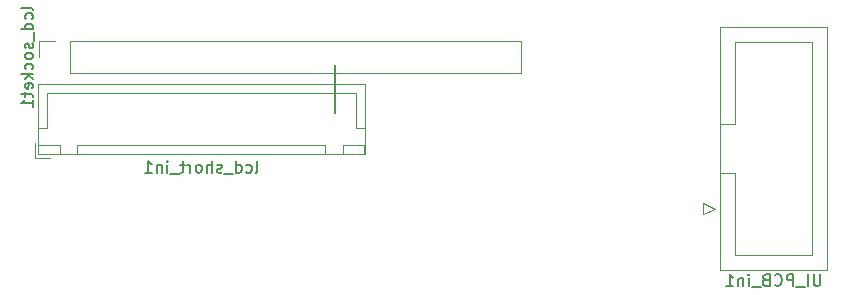
<source format=gbo>
G04 #@! TF.GenerationSoftware,KiCad,Pcbnew,(5.1.0)-1*
G04 #@! TF.CreationDate,2022-08-09T13:46:42+10:00*
G04 #@! TF.ProjectId,mainPCB_v0.9-br2,6d61696e-5043-4425-9f76-302e392d6272,rev?*
G04 #@! TF.SameCoordinates,Original*
G04 #@! TF.FileFunction,Legend,Bot*
G04 #@! TF.FilePolarity,Positive*
%FSLAX46Y46*%
G04 Gerber Fmt 4.6, Leading zero omitted, Abs format (unit mm)*
G04 Created by KiCad (PCBNEW (5.1.0)-1) date 2022-08-09 13:46:42*
%MOMM*%
%LPD*%
G04 APERTURE LIST*
%ADD10C,0.150000*%
%ADD11C,0.120000*%
%ADD12C,4.500000*%
%ADD13C,1.700000*%
%ADD14C,0.100000*%
%ADD15O,1.700000X1.950000*%
%ADD16C,2.000000*%
%ADD17C,3.200000*%
%ADD18R,1.700000X1.700000*%
%ADD19O,1.700000X1.700000*%
G04 APERTURE END LIST*
D10*
X102108000Y-52578000D02*
X102108000Y-47498000D01*
D11*
X133305500Y-59190000D02*
X134305500Y-59690000D01*
X133305500Y-60190000D02*
X133305500Y-59190000D01*
X134305500Y-59690000D02*
X133305500Y-60190000D01*
X136005500Y-52560000D02*
X134695500Y-52560000D01*
X136005500Y-52560000D02*
X136005500Y-52560000D01*
X136005500Y-45620000D02*
X136005500Y-52560000D01*
X142505500Y-45620000D02*
X136005500Y-45620000D01*
X142505500Y-63600000D02*
X142505500Y-45620000D01*
X136005500Y-63600000D02*
X142505500Y-63600000D01*
X136005500Y-56660000D02*
X136005500Y-63600000D01*
X134695500Y-56660000D02*
X136005500Y-56660000D01*
X134695500Y-44320000D02*
X134695500Y-64900000D01*
X143815500Y-44320000D02*
X134695500Y-44320000D01*
X143815500Y-64900000D02*
X143815500Y-44320000D01*
X134695500Y-64900000D02*
X143815500Y-64900000D01*
X77005500Y-55101500D02*
X77005500Y-49131500D01*
X77005500Y-49131500D02*
X104625500Y-49131500D01*
X104625500Y-49131500D02*
X104625500Y-55101500D01*
X104625500Y-55101500D02*
X77005500Y-55101500D01*
X80315500Y-55091500D02*
X80315500Y-54341500D01*
X80315500Y-54341500D02*
X101315500Y-54341500D01*
X101315500Y-54341500D02*
X101315500Y-55091500D01*
X101315500Y-55091500D02*
X80315500Y-55091500D01*
X77015500Y-55091500D02*
X77015500Y-54341500D01*
X77015500Y-54341500D02*
X78815500Y-54341500D01*
X78815500Y-54341500D02*
X78815500Y-55091500D01*
X78815500Y-55091500D02*
X77015500Y-55091500D01*
X102815500Y-55091500D02*
X102815500Y-54341500D01*
X102815500Y-54341500D02*
X104615500Y-54341500D01*
X104615500Y-54341500D02*
X104615500Y-55091500D01*
X104615500Y-55091500D02*
X102815500Y-55091500D01*
X77015500Y-52841500D02*
X77765500Y-52841500D01*
X77765500Y-52841500D02*
X77765500Y-49891500D01*
X77765500Y-49891500D02*
X90815500Y-49891500D01*
X104615500Y-52841500D02*
X103865500Y-52841500D01*
X103865500Y-52841500D02*
X103865500Y-49891500D01*
X103865500Y-49891500D02*
X90815500Y-49891500D01*
X77965500Y-55391500D02*
X76715500Y-55391500D01*
X76715500Y-55391500D02*
X76715500Y-54141500D01*
X117852500Y-45533000D02*
X117852500Y-48193000D01*
X79692500Y-45533000D02*
X117852500Y-45533000D01*
X79692500Y-48193000D02*
X117852500Y-48193000D01*
X79692500Y-45533000D02*
X79692500Y-48193000D01*
X78422500Y-45533000D02*
X77092500Y-45533000D01*
X77092500Y-45533000D02*
X77092500Y-46863000D01*
D10*
X143207880Y-65242380D02*
X143207880Y-66051904D01*
X143160261Y-66147142D01*
X143112642Y-66194761D01*
X143017404Y-66242380D01*
X142826928Y-66242380D01*
X142731690Y-66194761D01*
X142684071Y-66147142D01*
X142636452Y-66051904D01*
X142636452Y-65242380D01*
X142160261Y-66242380D02*
X142160261Y-65242380D01*
X141922166Y-66337619D02*
X141160261Y-66337619D01*
X140922166Y-66242380D02*
X140922166Y-65242380D01*
X140541214Y-65242380D01*
X140445976Y-65290000D01*
X140398357Y-65337619D01*
X140350738Y-65432857D01*
X140350738Y-65575714D01*
X140398357Y-65670952D01*
X140445976Y-65718571D01*
X140541214Y-65766190D01*
X140922166Y-65766190D01*
X139350738Y-66147142D02*
X139398357Y-66194761D01*
X139541214Y-66242380D01*
X139636452Y-66242380D01*
X139779309Y-66194761D01*
X139874547Y-66099523D01*
X139922166Y-66004285D01*
X139969785Y-65813809D01*
X139969785Y-65670952D01*
X139922166Y-65480476D01*
X139874547Y-65385238D01*
X139779309Y-65290000D01*
X139636452Y-65242380D01*
X139541214Y-65242380D01*
X139398357Y-65290000D01*
X139350738Y-65337619D01*
X138588833Y-65718571D02*
X138445976Y-65766190D01*
X138398357Y-65813809D01*
X138350738Y-65909047D01*
X138350738Y-66051904D01*
X138398357Y-66147142D01*
X138445976Y-66194761D01*
X138541214Y-66242380D01*
X138922166Y-66242380D01*
X138922166Y-65242380D01*
X138588833Y-65242380D01*
X138493595Y-65290000D01*
X138445976Y-65337619D01*
X138398357Y-65432857D01*
X138398357Y-65528095D01*
X138445976Y-65623333D01*
X138493595Y-65670952D01*
X138588833Y-65718571D01*
X138922166Y-65718571D01*
X138160261Y-66337619D02*
X137398357Y-66337619D01*
X137160261Y-66242380D02*
X137160261Y-65575714D01*
X137160261Y-65242380D02*
X137207880Y-65290000D01*
X137160261Y-65337619D01*
X137112642Y-65290000D01*
X137160261Y-65242380D01*
X137160261Y-65337619D01*
X136684071Y-65575714D02*
X136684071Y-66242380D01*
X136684071Y-65670952D02*
X136636452Y-65623333D01*
X136541214Y-65575714D01*
X136398357Y-65575714D01*
X136303119Y-65623333D01*
X136255500Y-65718571D01*
X136255500Y-66242380D01*
X135255500Y-66242380D02*
X135826928Y-66242380D01*
X135541214Y-66242380D02*
X135541214Y-65242380D01*
X135636452Y-65385238D01*
X135731690Y-65480476D01*
X135826928Y-65528095D01*
X95410738Y-56643880D02*
X95505976Y-56596261D01*
X95553595Y-56501023D01*
X95553595Y-55643880D01*
X94601214Y-56596261D02*
X94696452Y-56643880D01*
X94886928Y-56643880D01*
X94982166Y-56596261D01*
X95029785Y-56548642D01*
X95077404Y-56453404D01*
X95077404Y-56167690D01*
X95029785Y-56072452D01*
X94982166Y-56024833D01*
X94886928Y-55977214D01*
X94696452Y-55977214D01*
X94601214Y-56024833D01*
X93744071Y-56643880D02*
X93744071Y-55643880D01*
X93744071Y-56596261D02*
X93839309Y-56643880D01*
X94029785Y-56643880D01*
X94125023Y-56596261D01*
X94172642Y-56548642D01*
X94220261Y-56453404D01*
X94220261Y-56167690D01*
X94172642Y-56072452D01*
X94125023Y-56024833D01*
X94029785Y-55977214D01*
X93839309Y-55977214D01*
X93744071Y-56024833D01*
X93505976Y-56739119D02*
X92744071Y-56739119D01*
X92553595Y-56596261D02*
X92458357Y-56643880D01*
X92267880Y-56643880D01*
X92172642Y-56596261D01*
X92125023Y-56501023D01*
X92125023Y-56453404D01*
X92172642Y-56358166D01*
X92267880Y-56310547D01*
X92410738Y-56310547D01*
X92505976Y-56262928D01*
X92553595Y-56167690D01*
X92553595Y-56120071D01*
X92505976Y-56024833D01*
X92410738Y-55977214D01*
X92267880Y-55977214D01*
X92172642Y-56024833D01*
X91696452Y-56643880D02*
X91696452Y-55643880D01*
X91267880Y-56643880D02*
X91267880Y-56120071D01*
X91315500Y-56024833D01*
X91410738Y-55977214D01*
X91553595Y-55977214D01*
X91648833Y-56024833D01*
X91696452Y-56072452D01*
X90648833Y-56643880D02*
X90744071Y-56596261D01*
X90791690Y-56548642D01*
X90839309Y-56453404D01*
X90839309Y-56167690D01*
X90791690Y-56072452D01*
X90744071Y-56024833D01*
X90648833Y-55977214D01*
X90505976Y-55977214D01*
X90410738Y-56024833D01*
X90363119Y-56072452D01*
X90315500Y-56167690D01*
X90315500Y-56453404D01*
X90363119Y-56548642D01*
X90410738Y-56596261D01*
X90505976Y-56643880D01*
X90648833Y-56643880D01*
X89886928Y-56643880D02*
X89886928Y-55977214D01*
X89886928Y-56167690D02*
X89839309Y-56072452D01*
X89791690Y-56024833D01*
X89696452Y-55977214D01*
X89601214Y-55977214D01*
X89410738Y-55977214D02*
X89029785Y-55977214D01*
X89267880Y-55643880D02*
X89267880Y-56501023D01*
X89220261Y-56596261D01*
X89125023Y-56643880D01*
X89029785Y-56643880D01*
X88934547Y-56739119D02*
X88172642Y-56739119D01*
X87934547Y-56643880D02*
X87934547Y-55977214D01*
X87934547Y-55643880D02*
X87982166Y-55691500D01*
X87934547Y-55739119D01*
X87886928Y-55691500D01*
X87934547Y-55643880D01*
X87934547Y-55739119D01*
X87458357Y-55977214D02*
X87458357Y-56643880D01*
X87458357Y-56072452D02*
X87410738Y-56024833D01*
X87315500Y-55977214D01*
X87172642Y-55977214D01*
X87077404Y-56024833D01*
X87029785Y-56120071D01*
X87029785Y-56643880D01*
X86029785Y-56643880D02*
X86601214Y-56643880D01*
X86315500Y-56643880D02*
X86315500Y-55643880D01*
X86410738Y-55786738D01*
X86505976Y-55881976D01*
X86601214Y-55929595D01*
X76544880Y-42839190D02*
X76497261Y-42743952D01*
X76402023Y-42696333D01*
X75544880Y-42696333D01*
X76497261Y-43648714D02*
X76544880Y-43553476D01*
X76544880Y-43363000D01*
X76497261Y-43267761D01*
X76449642Y-43220142D01*
X76354404Y-43172523D01*
X76068690Y-43172523D01*
X75973452Y-43220142D01*
X75925833Y-43267761D01*
X75878214Y-43363000D01*
X75878214Y-43553476D01*
X75925833Y-43648714D01*
X76544880Y-44505857D02*
X75544880Y-44505857D01*
X76497261Y-44505857D02*
X76544880Y-44410619D01*
X76544880Y-44220142D01*
X76497261Y-44124904D01*
X76449642Y-44077285D01*
X76354404Y-44029666D01*
X76068690Y-44029666D01*
X75973452Y-44077285D01*
X75925833Y-44124904D01*
X75878214Y-44220142D01*
X75878214Y-44410619D01*
X75925833Y-44505857D01*
X76640119Y-44743952D02*
X76640119Y-45505857D01*
X76497261Y-45696333D02*
X76544880Y-45791571D01*
X76544880Y-45982047D01*
X76497261Y-46077285D01*
X76402023Y-46124904D01*
X76354404Y-46124904D01*
X76259166Y-46077285D01*
X76211547Y-45982047D01*
X76211547Y-45839190D01*
X76163928Y-45743952D01*
X76068690Y-45696333D01*
X76021071Y-45696333D01*
X75925833Y-45743952D01*
X75878214Y-45839190D01*
X75878214Y-45982047D01*
X75925833Y-46077285D01*
X76544880Y-46696333D02*
X76497261Y-46601095D01*
X76449642Y-46553476D01*
X76354404Y-46505857D01*
X76068690Y-46505857D01*
X75973452Y-46553476D01*
X75925833Y-46601095D01*
X75878214Y-46696333D01*
X75878214Y-46839190D01*
X75925833Y-46934428D01*
X75973452Y-46982047D01*
X76068690Y-47029666D01*
X76354404Y-47029666D01*
X76449642Y-46982047D01*
X76497261Y-46934428D01*
X76544880Y-46839190D01*
X76544880Y-46696333D01*
X76497261Y-47886809D02*
X76544880Y-47791571D01*
X76544880Y-47601095D01*
X76497261Y-47505857D01*
X76449642Y-47458238D01*
X76354404Y-47410619D01*
X76068690Y-47410619D01*
X75973452Y-47458238D01*
X75925833Y-47505857D01*
X75878214Y-47601095D01*
X75878214Y-47791571D01*
X75925833Y-47886809D01*
X76544880Y-48315380D02*
X75544880Y-48315380D01*
X76163928Y-48410619D02*
X76544880Y-48696333D01*
X75878214Y-48696333D02*
X76259166Y-48315380D01*
X76497261Y-49505857D02*
X76544880Y-49410619D01*
X76544880Y-49220142D01*
X76497261Y-49124904D01*
X76402023Y-49077285D01*
X76021071Y-49077285D01*
X75925833Y-49124904D01*
X75878214Y-49220142D01*
X75878214Y-49410619D01*
X75925833Y-49505857D01*
X76021071Y-49553476D01*
X76116309Y-49553476D01*
X76211547Y-49077285D01*
X75878214Y-49839190D02*
X75878214Y-50220142D01*
X75544880Y-49982047D02*
X76402023Y-49982047D01*
X76497261Y-50029666D01*
X76544880Y-50124904D01*
X76544880Y-50220142D01*
X76544880Y-51077285D02*
X76544880Y-50505857D01*
X76544880Y-50791571D02*
X75544880Y-50791571D01*
X75687738Y-50696333D01*
X75782976Y-50601095D01*
X75830595Y-50505857D01*
%LPC*%
D12*
X155722000Y-67543000D03*
D13*
X140525500Y-49530000D03*
X140525500Y-52070000D03*
X140525500Y-54610000D03*
X140525500Y-57150000D03*
X140525500Y-59690000D03*
X137985500Y-49530000D03*
X137985500Y-52070000D03*
X137985500Y-54610000D03*
X137985500Y-57150000D03*
D14*
G36*
X138610004Y-58841204D02*
G01*
X138634273Y-58844804D01*
X138658071Y-58850765D01*
X138681171Y-58859030D01*
X138703349Y-58869520D01*
X138724393Y-58882133D01*
X138744098Y-58896747D01*
X138762277Y-58913223D01*
X138778753Y-58931402D01*
X138793367Y-58951107D01*
X138805980Y-58972151D01*
X138816470Y-58994329D01*
X138824735Y-59017429D01*
X138830696Y-59041227D01*
X138834296Y-59065496D01*
X138835500Y-59090000D01*
X138835500Y-60290000D01*
X138834296Y-60314504D01*
X138830696Y-60338773D01*
X138824735Y-60362571D01*
X138816470Y-60385671D01*
X138805980Y-60407849D01*
X138793367Y-60428893D01*
X138778753Y-60448598D01*
X138762277Y-60466777D01*
X138744098Y-60483253D01*
X138724393Y-60497867D01*
X138703349Y-60510480D01*
X138681171Y-60520970D01*
X138658071Y-60529235D01*
X138634273Y-60535196D01*
X138610004Y-60538796D01*
X138585500Y-60540000D01*
X137385500Y-60540000D01*
X137360996Y-60538796D01*
X137336727Y-60535196D01*
X137312929Y-60529235D01*
X137289829Y-60520970D01*
X137267651Y-60510480D01*
X137246607Y-60497867D01*
X137226902Y-60483253D01*
X137208723Y-60466777D01*
X137192247Y-60448598D01*
X137177633Y-60428893D01*
X137165020Y-60407849D01*
X137154530Y-60385671D01*
X137146265Y-60362571D01*
X137140304Y-60338773D01*
X137136704Y-60314504D01*
X137135500Y-60290000D01*
X137135500Y-59090000D01*
X137136704Y-59065496D01*
X137140304Y-59041227D01*
X137146265Y-59017429D01*
X137154530Y-58994329D01*
X137165020Y-58972151D01*
X137177633Y-58951107D01*
X137192247Y-58931402D01*
X137208723Y-58913223D01*
X137226902Y-58896747D01*
X137246607Y-58882133D01*
X137267651Y-58869520D01*
X137289829Y-58859030D01*
X137312929Y-58850765D01*
X137336727Y-58844804D01*
X137360996Y-58841204D01*
X137385500Y-58840000D01*
X138585500Y-58840000D01*
X138610004Y-58841204D01*
X138610004Y-58841204D01*
G37*
D13*
X137985500Y-59690000D03*
D14*
G36*
X80190004Y-51667704D02*
G01*
X80214273Y-51671304D01*
X80238071Y-51677265D01*
X80261171Y-51685530D01*
X80283349Y-51696020D01*
X80304393Y-51708633D01*
X80324098Y-51723247D01*
X80342277Y-51739723D01*
X80358753Y-51757902D01*
X80373367Y-51777607D01*
X80385980Y-51798651D01*
X80396470Y-51820829D01*
X80404735Y-51843929D01*
X80410696Y-51867727D01*
X80414296Y-51891996D01*
X80415500Y-51916500D01*
X80415500Y-53366500D01*
X80414296Y-53391004D01*
X80410696Y-53415273D01*
X80404735Y-53439071D01*
X80396470Y-53462171D01*
X80385980Y-53484349D01*
X80373367Y-53505393D01*
X80358753Y-53525098D01*
X80342277Y-53543277D01*
X80324098Y-53559753D01*
X80304393Y-53574367D01*
X80283349Y-53586980D01*
X80261171Y-53597470D01*
X80238071Y-53605735D01*
X80214273Y-53611696D01*
X80190004Y-53615296D01*
X80165500Y-53616500D01*
X78965500Y-53616500D01*
X78940996Y-53615296D01*
X78916727Y-53611696D01*
X78892929Y-53605735D01*
X78869829Y-53597470D01*
X78847651Y-53586980D01*
X78826607Y-53574367D01*
X78806902Y-53559753D01*
X78788723Y-53543277D01*
X78772247Y-53525098D01*
X78757633Y-53505393D01*
X78745020Y-53484349D01*
X78734530Y-53462171D01*
X78726265Y-53439071D01*
X78720304Y-53415273D01*
X78716704Y-53391004D01*
X78715500Y-53366500D01*
X78715500Y-51916500D01*
X78716704Y-51891996D01*
X78720304Y-51867727D01*
X78726265Y-51843929D01*
X78734530Y-51820829D01*
X78745020Y-51798651D01*
X78757633Y-51777607D01*
X78772247Y-51757902D01*
X78788723Y-51739723D01*
X78806902Y-51723247D01*
X78826607Y-51708633D01*
X78847651Y-51696020D01*
X78869829Y-51685530D01*
X78892929Y-51677265D01*
X78916727Y-51671304D01*
X78940996Y-51667704D01*
X78965500Y-51666500D01*
X80165500Y-51666500D01*
X80190004Y-51667704D01*
X80190004Y-51667704D01*
G37*
D13*
X79565500Y-52641500D03*
D15*
X82065500Y-52641500D03*
X84565500Y-52641500D03*
X87065500Y-52641500D03*
X89565500Y-52641500D03*
X92065500Y-52641500D03*
X94565500Y-52641500D03*
X97065500Y-52641500D03*
X99565500Y-52641500D03*
X102065500Y-52641500D03*
D16*
X121158000Y-50673000D03*
X126558000Y-50673000D03*
X126558000Y-55753000D03*
X121158000Y-55753000D03*
X121158000Y-53213000D03*
X126558000Y-53213000D03*
X123758000Y-50673000D03*
D17*
X70454000Y-95043000D03*
X70454000Y-40043000D03*
D18*
X78422500Y-46863000D03*
D19*
X80962500Y-46863000D03*
X83502500Y-46863000D03*
X86042500Y-46863000D03*
X88582500Y-46863000D03*
X91122500Y-46863000D03*
X93662500Y-46863000D03*
X96202500Y-46863000D03*
X98742500Y-46863000D03*
X101282500Y-46863000D03*
X103822500Y-46863000D03*
X106362500Y-46863000D03*
X108902500Y-46863000D03*
X111442500Y-46863000D03*
X113982500Y-46863000D03*
X116522500Y-46863000D03*
D17*
X87000000Y-40000000D03*
X87000000Y-95000000D03*
X129000000Y-40000000D03*
X129000000Y-95000000D03*
M02*

</source>
